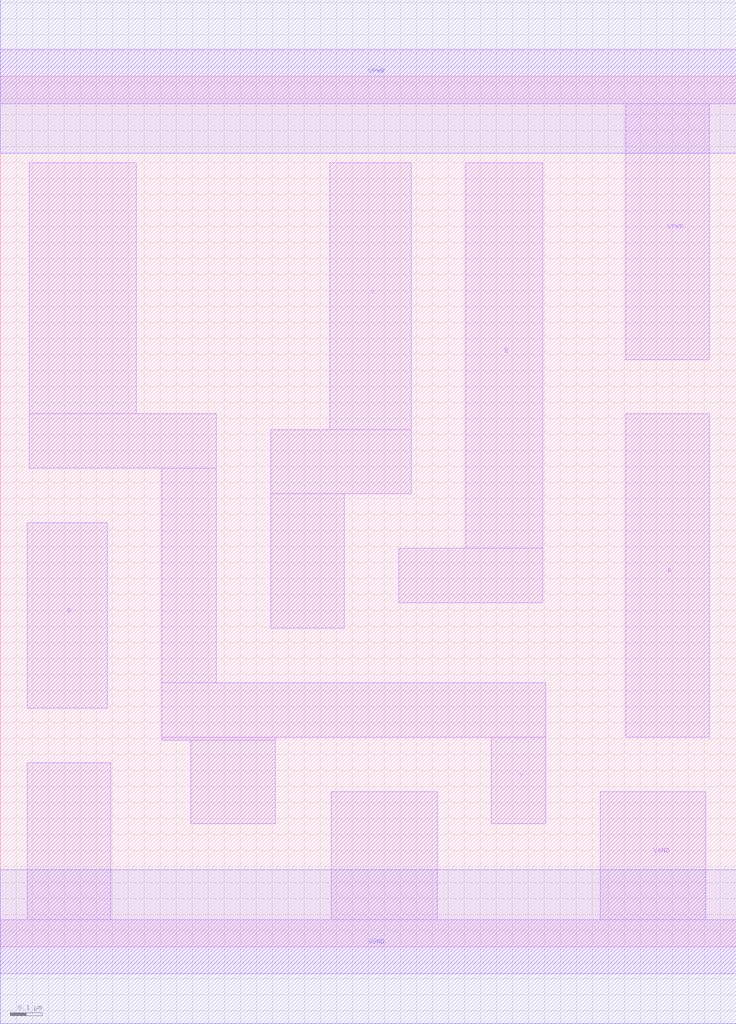
<source format=lef>
# Copyright 2020 The SkyWater PDK Authors
#
# Licensed under the Apache License, Version 2.0 (the "License");
# you may not use this file except in compliance with the License.
# You may obtain a copy of the License at
#
#     https://www.apache.org/licenses/LICENSE-2.0
#
# Unless required by applicable law or agreed to in writing, software
# distributed under the License is distributed on an "AS IS" BASIS,
# WITHOUT WARRANTIES OR CONDITIONS OF ANY KIND, either express or implied.
# See the License for the specific language governing permissions and
# limitations under the License.
#
# SPDX-License-Identifier: Apache-2.0

VERSION 5.5 ;
NAMESCASESENSITIVE ON ;
BUSBITCHARS "[]" ;
DIVIDERCHAR "/" ;
MACRO sky130_fd_sc_hd__nor4_1
  CLASS CORE ;
  SOURCE USER ;
  ORIGIN  0.000000  0.000000 ;
  SIZE  2.300000 BY  2.720000 ;
  SYMMETRY X Y R90 ;
  SITE unithd ;
  PIN A
    ANTENNAGATEAREA  0.247500 ;
    DIRECTION INPUT ;
    USE SIGNAL ;
    PORT
      LAYER li1 ;
        RECT 1.955000 0.655000 2.215000 1.665000 ;
    END
  END A
  PIN B
    ANTENNAGATEAREA  0.247500 ;
    DIRECTION INPUT ;
    USE SIGNAL ;
    PORT
      LAYER li1 ;
        RECT 1.245000 1.075000 1.695000 1.245000 ;
        RECT 1.455000 1.245000 1.695000 2.450000 ;
    END
  END B
  PIN C
    ANTENNAGATEAREA  0.247500 ;
    DIRECTION INPUT ;
    USE SIGNAL ;
    PORT
      LAYER li1 ;
        RECT 0.845000 0.995000 1.075000 1.415000 ;
        RECT 0.845000 1.415000 1.285000 1.615000 ;
        RECT 1.030000 1.615000 1.285000 2.450000 ;
    END
  END C
  PIN D
    ANTENNAGATEAREA  0.247500 ;
    DIRECTION INPUT ;
    USE SIGNAL ;
    PORT
      LAYER li1 ;
        RECT 0.085000 0.745000 0.335000 1.325000 ;
    END
  END D
  PIN Y
    ANTENNADIFFAREA  0.672750 ;
    DIRECTION OUTPUT ;
    USE SIGNAL ;
    PORT
      LAYER li1 ;
        RECT 0.090000 1.495000 0.675000 1.665000 ;
        RECT 0.090000 1.665000 0.425000 2.450000 ;
        RECT 0.505000 0.645000 0.860000 0.655000 ;
        RECT 0.505000 0.655000 1.705000 0.825000 ;
        RECT 0.505000 0.825000 0.675000 1.495000 ;
        RECT 0.595000 0.385000 0.860000 0.645000 ;
        RECT 1.535000 0.385000 1.705000 0.655000 ;
    END
  END Y
  PIN VGND
    DIRECTION INOUT ;
    SHAPE ABUTMENT ;
    USE GROUND ;
    PORT
      LAYER li1 ;
        RECT 0.000000 -0.085000 2.300000 0.085000 ;
        RECT 0.085000  0.085000 0.345000 0.575000 ;
        RECT 1.035000  0.085000 1.365000 0.485000 ;
        RECT 1.875000  0.085000 2.205000 0.485000 ;
    END
    PORT
      LAYER met1 ;
        RECT 0.000000 -0.240000 2.300000 0.240000 ;
    END
  END VGND
  PIN VPWR
    DIRECTION INOUT ;
    SHAPE ABUTMENT ;
    USE POWER ;
    PORT
      LAYER li1 ;
        RECT 0.000000 2.635000 2.300000 2.805000 ;
        RECT 1.955000 1.835000 2.215000 2.635000 ;
    END
    PORT
      LAYER met1 ;
        RECT 0.000000 2.480000 2.300000 2.960000 ;
    END
  END VPWR
  OBS
  END
END sky130_fd_sc_hd__nor4_1

</source>
